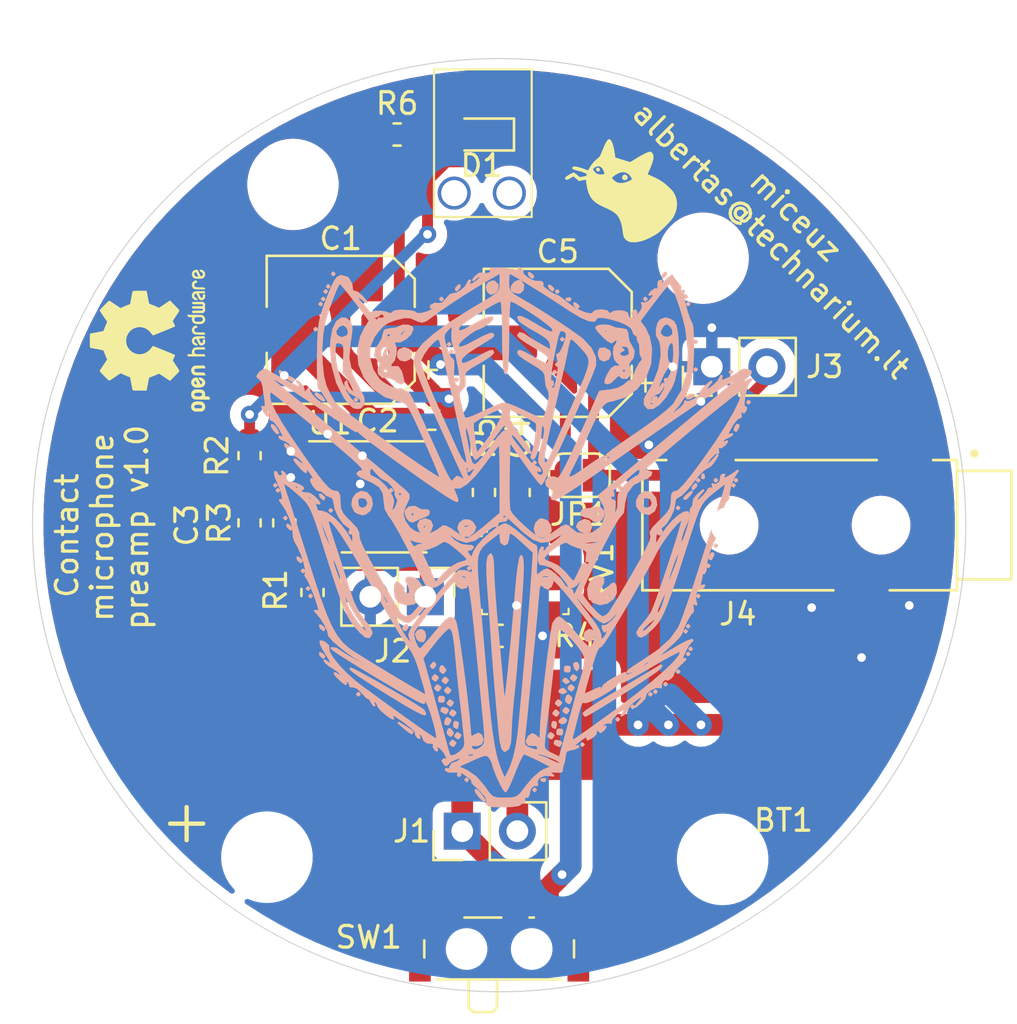
<source format=kicad_pcb>
(kicad_pcb (version 20190605) (host pcbnew "6.0.0-unknown-120637b~86~ubuntu16.04.1")
  (layers (0 "F.Cu" signal) (31 "B.Cu" signal) (34 "B.Paste" user) (35 "F.Paste" user) (36 "B.SilkS" user) (37 "F.SilkS" user) (38 "B.Mask" user) (39 "F.Mask" user) (44 "Edge.Cuts" user))
  (net 0 "")
  (net 1 "-BATT")
  (net 2 "+BATT")
  (net 3 "Net-(C3-Pad1)")
  (net 4 "Net-(C4-Pad2)")
  (net 5 "Net-(C4-Pad1)")
  (net 6 "Net-(C5-Pad1)")
  (net 7 "Net-(J2-Pad1)")
  (net 8 "GND")
  (net 9 "Net-(R4-Pad1)")
  (net 10 "Net-(D1-Pad2)")
  (net 11 "Net-(SW1-Pad1)")
  (net 12 "Net-(BT1-Pad1)")
  (module "Mounting_Holes:MountingHole_3.2mm_M3_ISO14580" (layer "F.Cu") (at 109.4 87.7)
    (fp_text reference "REF**" hide)
    (fp_text value "MountingHole_3.2mm_M3_ISO14580")
    (pad "1" np_thru_hole circle (at 0 0) (size 3.2 3.2) (drill 3.2) (layers *.Cu *.Mask))
  )
  (module "Mounting_Holes:MountingHole_3.2mm_M3_ISO14580" (layer "F.Cu") (at 90.5 84.3)
    (fp_text reference "REF**" hide)
    (fp_text value "MountingHole_3.2mm_M3_ISO14580")
    (pad "1" np_thru_hole circle (at 0 0) (size 3.2 3.2) (drill 3.2) (layers *.Cu *.Mask))
  )
  (module "Mounting_Holes:MountingHole_3.2mm_M3_ISO14580" (layer "F.Cu") (at 89.3 115.3)
    (fp_text reference "REF**" hide)
    (fp_text value "MountingHole_3.2mm_M3_ISO14580")
    (pad "1" np_thru_hole circle (at 0 0) (size 3.2 3.2) (drill 3.2) (layers *.Cu *.Mask))
  )
  (module "Mounting_Holes:MountingHole_3.2mm_M3_ISO14580" (layer "F.Cu") (at 110.3 115.4)
    (fp_text reference "REF**" hide)
    (fp_text value "MountingHole_3.2mm_M3_ISO14580")
    (pad "1" np_thru_hole circle (at 0 0) (size 3.2 3.2) (drill 3.2) (layers *.Cu *.Mask))
  )
  (module "miceuz-lib:A23_BATT" (layer "F.Cu") (at 100.1 109.2)
    (fp_text reference "BT1" (at 13 4.4) (layer "F.SilkS"))
    (fp_text value "Battery")
    (fp_text user "+" (at -14.5 4.4) (layer "F.SilkS") (effects (font (size 2 2) (thickness 0.2))))
    (pad "2" smd rect (at 3 0 180) (size 4 5.08) (layers "F.Cu" "F.Paste" "F.Mask") (net 1 "-BATT"))
    (pad "2" smd rect (at 16 0 180) (size 4 2.4) (layers "F.Cu" "F.Paste" "F.Mask") (net 1 "-BATT"))
    (pad "1" smd rect (at -3 0) (size 4 5.08) (layers "F.Cu" "F.Paste" "F.Mask") (net 12 "Net-(BT1-Pad1)"))
    (pad "1" smd rect (at -16 0) (size 4 2.4) (layers "F.Cu" "F.Paste" "F.Mask") (net 12 "Net-(BT1-Pad1)"))
  )
  (module "Symbols:OSHW-Logo2_7.3x6mm_SilkScreen" (layer "F.Cu") (at 83.9 91.5 90)
    (fp_text reference "REF***" hide)
    (fp_text value "OSHW-Logo2_7.3x6mm_SilkScreen" hide)
  )
  (module "miceuz-lib:technarium-logo" (layer "F.Cu") (at 100.3 104.6)
    (fp_text reference "G***" hide)
    (fp_text value "LOGO" hide)
  )
  (module "miceuz-lib:catnip" (layer "F.Cu") (at 106 84.4 315)
    (fp_text reference "G***" hide)
    (fp_text value "LOGO" hide)
  )
  (module "miceuz-lib:LED_0603_SLP3-150-150-F" (layer "F.Cu") (at 99.2 82 180)
    (fp_text reference "D1" (at 0 -1.43) (layer "F.SilkS"))
    (fp_text value "LED")
    (pad "" np_thru_hole circle (at 1.27 -2.7 180) (size 1.524 1.524) (drill 1.2) (layers *.Cu *.Mask))
    (pad "" np_thru_hole circle (at -1.27 -2.7 180) (size 1.524 1.524) (drill 1.2) (layers *.Cu *.Mask))
    (pad "1" smd roundrect (at -0.7875 0 180) (size 0.875 0.95) (layers "F.Cu" "F.Paste" "F.Mask") (net 1 "-BATT"))
    (pad "2" smd roundrect (at 0.7875 0 180) (size 0.875 0.95) (layers "F.Cu" "F.Paste" "F.Mask") (net 10 "Net-(D1-Pad2)"))
  )
  (module "Capacitor_SMD:CP_Elec_6.3x7.7" (layer "F.Cu") (at 102.7 91.6 180)
    (fp_text reference "C5" (at 0 4.2) (layer "F.SilkS"))
    (fp_text value "47u")
    (pad "2" smd roundrect (at 2.7 0 180) (size 3.5 1.6) (layers "F.Cu" "F.Paste" "F.Mask") (roundrect_rratio 0.15625) (net 5 "Net-(C4-Pad1)"))
    (pad "1" smd roundrect (at -2.7 0 180) (size 3.5 1.6) (layers "F.Cu" "F.Paste" "F.Mask") (roundrect_rratio 0.15625) (net 6 "Net-(C5-Pad1)"))
  )
  (module "Capacitor_SMD:CP_Elec_6.3x7.7" (layer "F.Cu") (at 92.7 91 180)
    (fp_text reference "C1" (at 0 4.2) (layer "F.SilkS"))
    (fp_text value "47u")
    (pad "2" smd roundrect (at 2.7 0 180) (size 3.5 1.6) (layers "F.Cu" "F.Paste" "F.Mask") (roundrect_rratio 0.15625) (net 1 "-BATT"))
    (pad "1" smd roundrect (at -2.7 0 180) (size 3.5 1.6) (layers "F.Cu" "F.Paste" "F.Mask") (roundrect_rratio 0.15625) (net 2 "+BATT"))
  )
  (module "miceuz-lib:Trimpot_3.8mmx3.6mm_TC33X-2-103E" (layer "F.Cu") (at 101.2 102.2 270)
    (fp_text reference "RV1" (at 0 -3.54 90) (layer "F.SilkS"))
    (fp_text value "360k")
    (pad "3" smd rect (at 1 1.8 270) (size 1.2 1.2) (layers "F.Cu" "F.Paste" "F.Mask") (net 9 "Net-(R4-Pad1)"))
    (pad "1" smd rect (at -1 1.8 270) (size 1.2 1.2) (layers "F.Cu" "F.Paste" "F.Mask") (net 4 "Net-(C4-Pad2)"))
    (pad "2" smd rect (at 0 -1.45 270) (size 1.6 1.5) (layers "F.Cu" "F.Paste" "F.Mask") (net 4 "Net-(C4-Pad2)"))
  )
  (module "Button_Switch_SMD:SW_SPDT_PCM12" (layer "F.Cu") (at 100 119.2)
    (fp_text reference "SW1" (at -6.010408 -0.212132) (layer "F.SilkS"))
    (fp_text value "SW_SPDT")
    (pad "" smd rect (at -3.65 -0.78) (size 1 0.8) (layers "F.Cu" "F.Paste" "F.Mask"))
    (pad "" smd rect (at 3.65 -0.78) (size 1 0.8) (layers "F.Cu" "F.Paste" "F.Mask"))
    (pad "" smd rect (at 3.65 1.43) (size 1 0.8) (layers "F.Cu" "F.Paste" "F.Mask"))
    (pad "" smd rect (at -3.65 1.43) (size 1 0.8) (layers "F.Cu" "F.Paste" "F.Mask"))
    (pad "3" smd rect (at 2.25 -1.43) (size 0.7 1.5) (layers "F.Cu" "F.Paste" "F.Mask") (net 2 "+BATT"))
    (pad "2" smd rect (at 0.75 -1.43) (size 0.7 1.5) (layers "F.Cu" "F.Paste" "F.Mask") (net 12 "Net-(BT1-Pad1)"))
    (pad "1" smd rect (at -2.25 -1.43) (size 0.7 1.5) (layers "F.Cu" "F.Paste" "F.Mask") (net 11 "Net-(SW1-Pad1)"))
    (pad "" np_thru_hole circle (at 1.5 0.33) (size 0.9 0.9) (drill 0.9) (layers *.Cu *.Mask))
    (pad "" np_thru_hole circle (at -1.5 0.33) (size 0.9 0.9) (drill 0.9) (layers *.Cu *.Mask))
  )
  (module "Resistor_SMD:R_0603_1608Metric" (layer "F.Cu") (at 95.3 82)
    (fp_text reference "R6" (at 0 -1.43) (layer "F.SilkS"))
    (fp_text value "1k")
    (pad "2" smd roundrect (at 0.7875 0) (size 0.875 0.95) (layers "F.Cu" "F.Paste" "F.Mask") (net 10 "Net-(D1-Pad2)"))
    (pad "1" smd roundrect (at -0.7875 0) (size 0.875 0.95) (layers "F.Cu" "F.Paste" "F.Mask") (net 2 "+BATT"))
  )
  (module "miceuz-lib:CUI_SJ-3523-SMT-TR" (layer "F.Cu") (at 117.6 100 180)
    (fp_text reference "J4" (at 6.6 -4.1) (layer "F.SilkS"))
    (fp_text value "SJ-3523-SMT-TR" hide)
    (pad "Hole" np_thru_hole circle (at 7 0 180) (size 1.7 1.7) (drill 1.7) (layers *.Cu *.Mask "F.SilkS"))
    (pad "2" smd rect (at 8.3 3.7 180) (size 2.8 2.8) (layers "F.Cu" "F.Paste" "F.Mask") (net 6 "Net-(C5-Pad1)"))
    (pad "1" smd rect (at -1.1 3.7 180) (size 2.2 2.8) (layers "F.Cu" "F.Paste" "F.Mask") (net 8 "GND"))
    (pad "3" smd rect (at 0.9 -3.7 180) (size 2.2 2.8) (layers "F.Cu" "F.Paste" "F.Mask") (net 8 "GND"))
    (pad "Hole" np_thru_hole circle (at 0 0 180) (size 1.7 1.7) (drill 1.7) (layers *.Cu *.Mask "F.SilkS"))
  )
  (module "Package_SO:SO-8_3.9x4.9mm_P1.27mm" (layer "F.Cu") (at 94.7 98.694998)
    (fp_text reference "U1" (at -2.5 -3.394998) (layer "F.SilkS"))
    (fp_text value "LM358")
    (pad "8" smd roundrect (at 2.575 -1.905) (size 1.75 0.6) (layers "F.Cu" "F.Paste" "F.Mask") (net 2 "+BATT"))
    (pad "7" smd roundrect (at 2.575 -0.635) (size 1.75 0.6) (layers "F.Cu" "F.Paste" "F.Mask") (net 5 "Net-(C4-Pad1)"))
    (pad "6" smd roundrect (at 2.575 0.635) (size 1.75 0.6) (layers "F.Cu" "F.Paste" "F.Mask") (net 4 "Net-(C4-Pad2)"))
    (pad "5" smd roundrect (at 2.575 1.905) (size 1.75 0.6) (layers "F.Cu" "F.Paste" "F.Mask") (net 7 "Net-(J2-Pad1)"))
    (pad "4" smd roundrect (at -2.575 1.905) (size 1.75 0.6) (layers "F.Cu" "F.Paste" "F.Mask") (net 1 "-BATT"))
    (pad "3" smd roundrect (at -2.575 0.635) (size 1.75 0.6) (layers "F.Cu" "F.Paste" "F.Mask") (net 3 "Net-(C3-Pad1)"))
    (pad "2" smd roundrect (at -2.575 -0.635) (size 1.75 0.6) (layers "F.Cu" "F.Paste" "F.Mask") (net 8 "GND"))
    (pad "1" smd roundrect (at -2.575 -1.905) (size 1.75 0.6) (layers "F.Cu" "F.Paste" "F.Mask") (net 8 "GND"))
  )
  (module "Resistor_SMD:R_0603_1608Metric" (layer "F.Cu") (at 99.3 98.494998 90)
    (fp_text reference "R5" (at 2.494998 0 90) (layer "F.SilkS"))
    (fp_text value "400k")
    (pad "2" smd roundrect (at 0.7875 0 90) (size 0.875 0.95) (layers "F.Cu" "F.Paste" "F.Mask") (net 5 "Net-(C4-Pad1)"))
    (pad "1" smd roundrect (at -0.7875 0 90) (size 0.875 0.95) (layers "F.Cu" "F.Paste" "F.Mask") (net 4 "Net-(C4-Pad2)"))
  )
  (module "Resistor_SMD:R_0603_1608Metric" (layer "F.Cu") (at 100 105.1)
    (fp_text reference "R4" (at 3.5 0) (layer "F.SilkS"))
    (fp_text value "40k")
    (pad "2" smd roundrect (at 0.7875 0) (size 0.875 0.95) (layers "F.Cu" "F.Paste" "F.Mask") (net 8 "GND"))
    (pad "1" smd roundrect (at -0.7875 0) (size 0.875 0.95) (layers "F.Cu" "F.Paste" "F.Mask") (net 9 "Net-(R4-Pad1)"))
  )
  (module "Resistor_SMD:R_0603_1608Metric" (layer "F.Cu") (at 90.1 99.894998 270)
    (fp_text reference "R3" (at 0.005002 3 90) (layer "F.SilkS"))
    (fp_text value "400k")
    (pad "2" smd roundrect (at 0.7875 0 270) (size 0.875 0.95) (layers "F.Cu" "F.Paste" "F.Mask") (net 1 "-BATT"))
    (pad "1" smd roundrect (at -0.7875 0 270) (size 0.875 0.95) (layers "F.Cu" "F.Paste" "F.Mask") (net 3 "Net-(C3-Pad1)"))
  )
  (module "Resistor_SMD:R_0603_1608Metric" (layer "F.Cu") (at 88.5 96.8 270)
    (fp_text reference "R2" (at 0 1.5 90) (layer "F.SilkS"))
    (fp_text value "400k")
    (pad "2" smd roundrect (at 0.7875 0 270) (size 0.875 0.95) (layers "F.Cu" "F.Paste" "F.Mask") (net 3 "Net-(C3-Pad1)"))
    (pad "1" smd roundrect (at -0.7875 0 270) (size 0.875 0.95) (layers "F.Cu" "F.Paste" "F.Mask") (net 2 "+BATT"))
  )
  (module "Resistor_SMD:R_0603_1608Metric" (layer "F.Cu") (at 91.4 103.1 270)
    (fp_text reference "R1" (at -0.1 1.7 90) (layer "F.SilkS"))
    (fp_text value "400k")
    (pad "2" smd roundrect (at 0.7875 0 270) (size 0.875 0.95) (layers "F.Cu" "F.Paste" "F.Mask") (net 8 "GND"))
    (pad "1" smd roundrect (at -0.7875 0 270) (size 0.875 0.95) (layers "F.Cu" "F.Paste" "F.Mask") (net 7 "Net-(J2-Pad1)"))
  )
  (module "Jumper:SolderJumper-2_P1.3mm_Open_RoundedPad1.0x1.5mm" (layer "F.Cu") (at 103.7 97.7)
    (fp_text reference "JP1" (at 0 1.805002) (layer "F.SilkS"))
    (fp_text value "Jumper_NO_Small")
    (pad "2" smd custom (at 0.65 0) (size 1 0.5) (layers "F.Cu" "F.Mask") (net 6 "Net-(C5-Pad1)") (options (clearance outline) (anchor rect)) (primitives (gr_circle (center 0 0.25) (end 0.5 0.25) (width 0)) (gr_circle (center 0 -0.25) (end 0.5 -0.25) (width 0)) (gr_poly (pts (xy 0 -0.75) (xy -0.5 -0.75) (xy -0.5 0.75) (xy 0 0.75)) (width 0))))
    (pad "1" smd custom (at -0.65 0) (size 1 0.5) (layers "F.Cu" "F.Mask") (net 5 "Net-(C4-Pad1)") (options (clearance outline) (anchor rect)) (primitives (gr_circle (center 0 0.25) (end 0.5 0.25) (width 0)) (gr_circle (center 0 -0.25) (end 0.5 -0.25) (width 0)) (gr_poly (pts (xy 0 -0.75) (xy 0.5 -0.75) (xy 0.5 0.75) (xy 0 0.75)) (width 0))))
  )
  (module "Pin_Headers:Pin_Header_Straight_1x02_Pitch2.54mm" (layer "F.Cu") (at 109.8 92.7 90)
    (fp_text reference "J3" (at 0 5.2 180) (layer "F.SilkS"))
    (fp_text value "Out")
    (pad "1" thru_hole rect (at 0 0 90) (size 1.7 1.7) (drill 1) (layers *.Cu *.Mask) (net 8 "GND"))
    (pad "2" thru_hole oval (at 0 2.54 90) (size 1.7 1.7) (drill 1) (layers *.Cu *.Mask) (net 6 "Net-(C5-Pad1)"))
  )
  (module "Pin_Headers:Pin_Header_Straight_1x02_Pitch2.54mm" (layer "F.Cu") (at 96.6 103.3 270)
    (fp_text reference "J2" (at 2.505002 1.5 180) (layer "F.SilkS"))
    (fp_text value "Piezo")
    (pad "1" thru_hole rect (at 0 0 270) (size 1.7 1.7) (drill 1) (layers *.Cu *.Mask) (net 7 "Net-(J2-Pad1)"))
    (pad "2" thru_hole oval (at 0 2.54 270) (size 1.7 1.7) (drill 1) (layers *.Cu *.Mask) (net 8 "GND"))
  )
  (module "Pin_Headers:Pin_Header_Straight_1x02_Pitch2.54mm" (layer "F.Cu") (at 98.3 114.1 90)
    (fp_text reference "J1" (at 0 -2.33 180) (layer "F.SilkS"))
    (fp_text value "Batt")
    (pad "1" thru_hole rect (at 0 0 90) (size 1.7 1.7) (drill 1) (layers *.Cu *.Mask) (net 12 "Net-(BT1-Pad1)"))
    (pad "2" thru_hole oval (at 0 2.54 90) (size 1.7 1.7) (drill 1) (layers *.Cu *.Mask) (net 1 "-BATT"))
  )
  (module "Capacitor_SMD:C_0603_1608Metric" (layer "F.Cu") (at 100.9 98.494998 270)
    (fp_text reference "C4" (at -2.494998 0 90) (layer "F.SilkS"))
    (fp_text value "C")
    (pad "2" smd roundrect (at 0.7875 0 270) (size 0.875 0.95) (layers "F.Cu" "F.Paste" "F.Mask") (net 4 "Net-(C4-Pad2)"))
    (pad "1" smd roundrect (at -0.7875 0 270) (size 0.875 0.95) (layers "F.Cu" "F.Paste" "F.Mask") (net 5 "Net-(C4-Pad1)"))
  )
  (module "Capacitor_SMD:C_0603_1608Metric" (layer "F.Cu") (at 88.5 99.894998 270)
    (fp_text reference "C3" (at 0.105002 2.9 90) (layer "F.SilkS"))
    (fp_text value "1u")
    (pad "2" smd roundrect (at 0.7875 0 270) (size 0.875 0.95) (layers "F.Cu" "F.Paste" "F.Mask") (net 1 "-BATT"))
    (pad "1" smd roundrect (at -0.7875 0 270) (size 0.875 0.95) (layers "F.Cu" "F.Paste" "F.Mask") (net 3 "Net-(C3-Pad1)"))
  )
  (module "Capacitor_SMD:C_0603_1608Metric" (layer "F.Cu") (at 96.9 95.094998)
    (fp_text reference "C2" (at -2.5 0.105002) (layer "F.SilkS"))
    (fp_text value "1u")
    (pad "2" smd roundrect (at 0.7875 0) (size 0.875 0.95) (layers "F.Cu" "F.Paste" "F.Mask") (net 2 "+BATT"))
    (pad "1" smd roundrect (at -0.7875 0) (size 0.875 0.95) (layers "F.Cu" "F.Paste" "F.Mask") (net 1 "-BATT"))
  )
  (gr_text "miceuz\nalbertas@technarium.lt" (at 113.1 86.3 315) (layer "F.SilkS") (effects (font (size 1 1))))
  (gr_text "Contact \nmicrophone\npreamp v1.0" (at 81.7 100.1 90) (layer "F.SilkS") (effects (font (size 1 1))))
  (gr_circle (center 100 100) (end 121.5 100) (layer "Edge.Cuts") (width 0.05))
  (segment (start 88.5 94.9) (end 89.3 94.1) (width 0.5) (layer "B.Cu") (net 2))
  (segment (start 89.3 94.1) (end 97.605002 94.1) (width 0.5) (layer "B.Cu") (net 2))
  (segment (start 97.605002 94.1) (end 97.6875 94.182498) (width 0.5) (layer "B.Cu") (net 2))
  (segment (start 90.1 93.1) (end 91.9 91.3) (width 1) (layer "B.Cu") (net 1))
  (segment (start 91.9 91.3) (end 99.99707 91.3) (width 1) (layer "B.Cu") (net 1))
  (segment (start 99.99707 91.3) (end 106.4 97.70293) (width 1) (layer "B.Cu") (net 1))
  (segment (start 106.4 97.70293) (end 106.4 107.8) (width 1) (layer "B.Cu") (net 1))
  (segment (start 97.6875 94.182498) (end 97.121815 94.182498) (width 1) (layer "F.Cu") (net 2))
  (segment (start 97.121815 94.182498) (end 95.4 92.460683) (width 1) (layer "F.Cu") (net 2))
  (segment (start 95.4 92.460683) (end 95.4 91) (width 1) (layer "F.Cu") (net 2))
  (segment (start 95.4 91) (end 95.7 91) (width 1) (layer "F.Cu") (net 2))
  (segment (start 95.7 91) (end 97.3 92.6) (width 1) (layer "F.Cu") (net 2))
  (segment (start 102.9 116.1) (end 103.299999 115.700001) (width 1) (layer "B.Cu") (net 2))
  (segment (start 103.299999 115.700001) (end 103.299999 96.647747) (width 1) (layer "B.Cu") (net 2))
  (segment (start 99.252252 92.6) (end 97.3 92.6) (width 1) (layer "B.Cu") (net 2))
  (segment (start 103.299999 96.647747) (end 99.252252 92.6) (width 1) (layer "B.Cu") (net 2))
  (segment (start 95.490209 90.909791) (end 95.4 91) (width 1) (layer "F.Cu") (net 2))
  (via (at 97.3 92.6) (size 0.8) (drill 0.4) (layers "F.Cu" "B.Cu") (net 2))
  (segment (start 102.25 117.77) (end 102.25 116.75) (width 1) (layer "F.Cu") (net 2))
  (segment (start 102.25 116.75) (end 102.9 116.1) (width 1) (layer "F.Cu") (net 2))
  (via (at 102.9 116.1) (size 0.8) (drill 0.4) (layers "F.Cu" "B.Cu") (net 2))
  (segment (start 100.84 114.1) (end 100.84 111.46) (width 1) (layer "F.Cu") (net 1))
  (segment (start 100.84 111.46) (end 103.1 109.2) (width 1) (layer "F.Cu") (net 1))
  (segment (start 98.3 114.1) (end 98.3 110.4) (width 1) (layer "F.Cu") (net 12))
  (segment (start 98.3 110.4) (end 97.1 109.2) (width 1) (layer "F.Cu") (net 12))
  (segment (start 100.75 117.77) (end 100.75 116.55) (width 1) (layer "F.Cu") (net 12))
  (segment (start 100.75 116.55) (end 98.3 114.1) (width 1) (layer "F.Cu") (net 12))
  (segment (start 109.3 109.2) (end 107.8 109.2) (width 1) (layer "F.Cu") (net 1))
  (segment (start 107.9 107.8) (end 109.3 109.2) (width 1) (layer "B.Cu") (net 1))
  (segment (start 106.4 107.8) (end 107.9 107.8) (width 1) (layer "B.Cu") (net 1))
  (segment (start 113.1 109.2) (end 109.3 109.2) (width 1) (layer "F.Cu") (net 1))
  (via (at 109.3 109.2) (size 0.8) (drill 0.4) (layers "F.Cu" "B.Cu") (net 1))
  (segment (start 107.8 109.2) (end 106.4 109.2) (width 1) (layer "F.Cu") (net 1))
  (segment (start 106.4 107.8) (end 106.4 109.2) (width 1) (layer "B.Cu") (net 1))
  (segment (start 106.4 107.8) (end 107.8 109.2) (width 1) (layer "B.Cu") (net 1))
  (via (at 107.8 109.2) (size 0.8) (drill 0.4) (layers "F.Cu" "B.Cu") (net 1))
  (segment (start 106.4 109.2) (end 103.1 109.2) (width 1) (layer "F.Cu") (net 1))
  (via (at 106.4 109.2) (size 0.8) (drill 0.4) (layers "F.Cu" "B.Cu") (net 1))
  (segment (start 90 91) (end 90 93) (width 1) (layer "F.Cu") (net 1))
  (segment (start 90 93) (end 90.1 93.1) (width 1) (layer "F.Cu") (net 1))
  (segment (start 97.1 109.2) (end 84.1 109.2) (width 1) (layer "F.Cu") (net 12))
  (segment (start 116.1 109.2) (end 113.1 109.2) (width 1) (layer "F.Cu") (net 1))
  (segment (start 96.6 101.9) (end 96.6 101.274998) (width 0.5) (layer "F.Cu") (net 7))
  (segment (start 91.4 102.3125) (end 91.857904 101.854596) (width 0.5) (layer "F.Cu") (net 7))
  (segment (start 96.554596 101.854596) (end 96.6 101.9) (width 0.5) (layer "F.Cu") (net 7))
  (segment (start 96.6 103.394998) (end 96.6 101.9) (width 0.5) (layer "F.Cu") (net 7))
  (segment (start 91.857904 101.854596) (end 96.554596 101.854596) (width 0.5) (layer "F.Cu") (net 7))
  (segment (start 112.34 92.7) (end 112.34 93.26) (width 0.5) (layer "F.Cu") (net 6))
  (segment (start 112.34 93.26) (end 109.3 96.3) (width 0.5) (layer "F.Cu") (net 6))
  (segment (start 109.2 96.3) (end 107.8 97.7) (width 0.5) (layer "F.Cu") (net 6))
  (segment (start 107.8 97.7) (end 104.35 97.7) (width 0.5) (layer "F.Cu") (net 6))
  (segment (start 109.3 96.3) (end 109.2 96.3) (width 0.5) (layer "F.Cu") (net 6))
  (segment (start 97.6875 95.094998) (end 97.6875 96.377498) (width 1) (layer "F.Cu") (net 2))
  (segment (start 97.6875 96.377498) (end 97.275 96.789998) (width 1) (layer "F.Cu") (net 2))
  (segment (start 96.1125 95.094998) (end 94.094998 95.094998) (width 1) (layer "F.Cu") (net 1))
  (segment (start 94.094998 95.094998) (end 90 91) (width 1) (layer "F.Cu") (net 1))
  (segment (start 92.125 100.599998) (end 90.1825 100.599998) (width 0.5) (layer "F.Cu") (net 1))
  (segment (start 90.1825 100.599998) (end 90.1 100.682498) (width 0.5) (layer "F.Cu") (net 1))
  (segment (start 95.654596 95.552902) (end 96.1125 95.094998) (width 1) (layer "F.Cu") (net 1))
  (segment (start 90.1 100.682498) (end 88.5 100.682498) (width 0.5) (layer "F.Cu") (net 1))
  (segment (start 95.654596 98.045402) (end 95.654596 95.552902) (width 1) (layer "F.Cu") (net 1))
  (segment (start 92.125 100.599998) (end 93.1 100.599998) (width 1) (layer "F.Cu") (net 1))
  (segment (start 93.1 100.599998) (end 95.654596 98.045402) (width 1) (layer "F.Cu") (net 1))
  (via (at 90.1 93.1) (size 0.8) (drill 0.4) (layers "F.Cu" "B.Cu") (net 1))
  (segment (start 96.0875 82) (end 98.4125 82) (width 0.5) (layer "F.Cu") (net 10))
  (segment (start 95.4 91) (end 95.4 82.8875) (width 0.5) (layer "F.Cu") (net 2))
  (segment (start 95.4 82.8875) (end 94.5125 82) (width 0.5) (layer "F.Cu") (net 2))
  (via (at 109.3 94.3) (size 0.8) (drill 0.4) (layers "F.Cu" "B.Cu") (net 8))
  (via (at 109.8 90.9) (size 0.8) (drill 0.4) (layers "F.Cu" "B.Cu") (net 8))
  (via (at 106.9 96.3) (size 0.8) (drill 0.4) (layers "F.Cu" "B.Cu") (net 8))
  (via (at 108 92.7) (size 0.8) (drill 0.4) (layers "F.Cu" "B.Cu") (net 8))
  (via (at 118.9 103.7) (size 0.8) (drill 0.4) (layers "F.Cu" "B.Cu") (net 8))
  (via (at 114.4 103.8) (size 0.8) (drill 0.4) (layers "F.Cu" "B.Cu") (net 8))
  (via (at 116.7 106.1) (size 0.8) (drill 0.4) (layers "F.Cu" "B.Cu") (net 8))
  (via (at 100.8 103.7) (size 0.8) (drill 0.4) (layers "F.Cu" "B.Cu") (net 8))
  (via (at 102 105.1) (size 0.8) (drill 0.4) (layers "F.Cu" "B.Cu") (net 8))
  (via (at 92.1 95.8) (size 0.8) (drill 0.4) (layers "F.Cu" "B.Cu") (net 8))
  (via (at 90.4 96.6) (size 0.8) (drill 0.4) (layers "F.Cu" "B.Cu") (net 8))
  (via (at 90.4 97.8) (size 0.8) (drill 0.4) (layers "F.Cu" "B.Cu") (net 8))
  (via (at 93.6 98.1) (size 0.8) (drill 0.4) (layers "F.Cu" "B.Cu") (net 8))
  (via (at 93.7 96.8) (size 0.8) (drill 0.4) (layers "F.Cu" "B.Cu") (net 8))
  (via (at 97.6875 94.182498) (size 0.8) (drill 0.4) (layers "F.Cu" "B.Cu") (net 2))
  (segment (start 100.9 97.707498) (end 103.042502 97.707498) (width 0.5) (layer "F.Cu") (net 5))
  (segment (start 103.042502 97.707498) (end 103.05 97.7) (width 0.5) (layer "F.Cu") (net 5))
  (segment (start 99.3 97.707498) (end 100.9 97.707498) (width 0.5) (layer "F.Cu") (net 5))
  (segment (start 97.275 98.059998) (end 98.9475 98.059998) (width 0.5) (layer "F.Cu") (net 5))
  (segment (start 98.9475 98.059998) (end 99.3 97.707498) (width 0.5) (layer "F.Cu") (net 5))
  (segment (start 103.05 97.7) (end 103.05 94.65) (width 0.5) (layer "F.Cu") (net 5))
  (segment (start 103.05 94.65) (end 100 91.6) (width 0.5) (layer "F.Cu") (net 5))
  (segment (start 104.35 97.7) (end 104.35 92.65) (width 0.5) (layer "F.Cu") (net 6))
  (segment (start 104.35 92.65) (end 105.4 91.6) (width 0.5) (layer "F.Cu") (net 6))
  (segment (start 99.4 103.2) (end 99.4 104.9125) (width 0.5) (layer "F.Cu") (net 9))
  (segment (start 99.4 104.9125) (end 99.2125 105.1) (width 0.5) (layer "F.Cu") (net 9))
  (segment (start 99.4 101.2) (end 101.65 101.2) (width 0.5) (layer "F.Cu") (net 4))
  (segment (start 101.65 101.2) (end 102.65 102.2) (width 0.5) (layer "F.Cu") (net 4))
  (segment (start 99.3 99.282498) (end 100.9 99.282498) (width 0.5) (layer "F.Cu") (net 4))
  (segment (start 97.275 99.329998) (end 99.2525 99.329998) (width 0.5) (layer "F.Cu") (net 4))
  (segment (start 99.2525 99.329998) (end 99.3 99.282498) (width 0.5) (layer "F.Cu") (net 4))
  (segment (start 99.4 101.2) (end 99.4 99.382498) (width 0.5) (layer "F.Cu") (net 4))
  (segment (start 99.4 99.382498) (end 99.3 99.282498) (width 0.5) (layer "F.Cu") (net 4))
  (segment (start 96.8 91.1) (end 94.605002 91.1) (width 0.5) (layer "F.Cu") (net 2))
  (segment (start 94.605002 91.1) (end 94.6 91.094998) (width 0.5) (layer "F.Cu") (net 2))
  (segment (start 88.5 96.0125) (end 88.5 94.9) (width 0.5) (layer "F.Cu") (net 2))
  (via (at 88.5 94.9) (size 0.8) (drill 0.4) (layers "F.Cu" "B.Cu") (net 2))
  (segment (start 88.5 99.107498) (end 88.5 97.5875) (width 0.5) (layer "F.Cu") (net 3))
  (segment (start 97.6875 95.094998) (end 97.6875 94.182498) (width 0.5) (layer "F.Cu") (net 2))
  (segment (start 96.2875 103.707498) (end 96.6 103.394998) (width 0.5) (layer "F.Cu") (net 7))
  (segment (start 92.125 96.789998) (end 92.125 98.059998) (width 0.5) (layer "F.Cu") (net 8))
  (segment (start 96.6 101.274998) (end 97.275 100.599998) (width 0.5) (layer "F.Cu") (net 7))
  (segment (start 92.125 99.329998) (end 90.3225 99.329998) (width 0.5) (layer "F.Cu") (net 3))
  (segment (start 90.3225 99.329998) (end 90.1 99.107498) (width 0.5) (layer "F.Cu") (net 3))
  (segment (start 88.5 99.107498) (end 90.1 99.107498) (width 0.5) (layer "F.Cu") (net 3))
  (via (at 96.7 86.6) (size 0.8) (drill 0.4) (layers "F.Cu" "B.Cu") (net 1))
  (segment (start 90.1 93.1) (end 96.6 86.6) (width 0.5) (layer "B.Cu") (net 1))
  (segment (start 98.729501 83.257999) (end 97.578239 83.257999) (width 0.5) (layer "F.Cu") (net 1))
  (segment (start 96.6 86.6) (end 96.7 86.6) (width 0.5) (layer "B.Cu") (net 1))
  (segment (start 96.7 86.034315) (end 96.7 86.6) (width 0.5) (layer "F.Cu") (net 1))
  (segment (start 96.7 84.136238) (end 96.7 86.034315) (width 0.5) (layer "F.Cu") (net 1))
  (segment (start 97.578239 83.257999) (end 96.7 84.136238) (width 0.5) (layer "F.Cu") (net 1))
  (segment (start 99.9875 82) (end 98.729501 83.257999) (width 0.5) (layer "F.Cu") (net 1))
  (zone (net 8) (net_name "GND") (layer "F.Cu") (connect_pads (clearance 0.508)) (min_thickness 0.254) (fill yes (thermal_gap 0.508) (thermal_bridge_width 0.508))
    (polygon (pts (xy 77 77) (xy 123 77) (xy 123 123) (xy 77 123)))
  )
  (zone (net 8) (net_name "GND") (layer "B.Cu") (connect_pads (clearance 0.508)) (min_thickness 0.254) (fill yes (thermal_gap 0.508) (thermal_bridge_width 0.508))
    (polygon (pts (xy 123 77) (xy 77 77) (xy 77 123) (xy 123 123)))
  )
)
</source>
